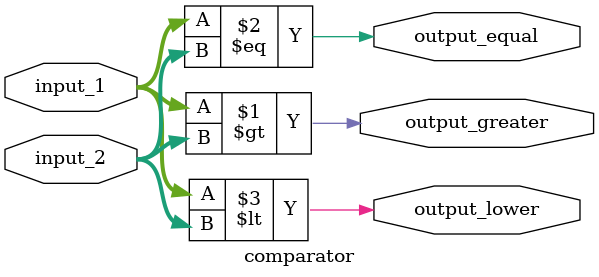
<source format=v>
`timescale 10ns / 1ps

module comparator #(parameter BIT_WIDTH=4)(
    input wire [BIT_WIDTH-1:0] input_1,
    input wire [BIT_WIDTH-1:0] input_2,
    output wire output_greater,
    output wire output_equal,
    output wire output_lower
    );

assign output_greater = (input_1 > input_2);
assign output_equal = (input_1 == input_2);
assign output_lower = (input_1 < input_2);

endmodule

</source>
